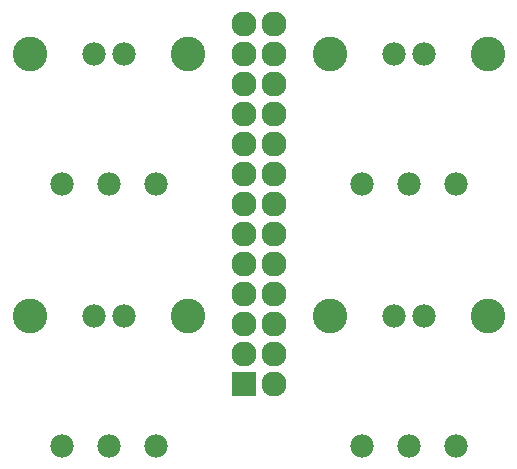
<source format=gbs>
G04 #@! TF.GenerationSoftware,KiCad,Pcbnew,(5.0.0)*
G04 #@! TF.CreationDate,2018-10-08T11:52:11-07:00*
G04 #@! TF.ProjectId,500-1124,3530302D313132342E6B696361645F70,rev?*
G04 #@! TF.SameCoordinates,Original*
G04 #@! TF.FileFunction,Soldermask,Bot*
G04 #@! TF.FilePolarity,Negative*
%FSLAX46Y46*%
G04 Gerber Fmt 4.6, Leading zero omitted, Abs format (unit mm)*
G04 Created by KiCad (PCBNEW (5.0.0)) date 10/08/18 11:52:11*
%MOMM*%
%LPD*%
G01*
G04 APERTURE LIST*
%ADD10C,2.940000*%
%ADD11C,1.974800*%
%ADD12R,2.127200X2.127200*%
%ADD13O,2.127200X2.127200*%
G04 APERTURE END LIST*
D10*
G04 #@! TO.C,R1*
X120300000Y-76200000D03*
X133700000Y-76200000D03*
D11*
X125730000Y-76200000D03*
X128270000Y-76200000D03*
X127000000Y-87200000D03*
X131000000Y-87200000D03*
X123000000Y-87200000D03*
G04 #@! TD*
D10*
G04 #@! TO.C,R2*
X120300000Y-98425000D03*
X133700000Y-98425000D03*
D11*
X125730000Y-98425000D03*
X128270000Y-98425000D03*
X127000000Y-109425000D03*
X131000000Y-109425000D03*
X123000000Y-109425000D03*
G04 #@! TD*
D10*
G04 #@! TO.C,R3*
X145700000Y-76200000D03*
X159100000Y-76200000D03*
D11*
X151130000Y-76200000D03*
X153670000Y-76200000D03*
X152400000Y-87200000D03*
X156400000Y-87200000D03*
X148400000Y-87200000D03*
G04 #@! TD*
D10*
G04 #@! TO.C,R4*
X145700000Y-98425000D03*
X159100000Y-98425000D03*
D11*
X151130000Y-98425000D03*
X153670000Y-98425000D03*
X152400000Y-109425000D03*
X156400000Y-109425000D03*
X148400000Y-109425000D03*
G04 #@! TD*
D12*
G04 #@! TO.C,P1*
X138430000Y-104140000D03*
D13*
X140970000Y-104140000D03*
X138430000Y-101600000D03*
X140970000Y-101600000D03*
X138430000Y-99060000D03*
X140970000Y-99060000D03*
X138430000Y-96520000D03*
X140970000Y-96520000D03*
X138430000Y-93980000D03*
X140970000Y-93980000D03*
X138430000Y-91440000D03*
X140970000Y-91440000D03*
X138430000Y-88900000D03*
X140970000Y-88900000D03*
X138430000Y-86360000D03*
X140970000Y-86360000D03*
X138430000Y-83820000D03*
X140970000Y-83820000D03*
X138430000Y-81280000D03*
X140970000Y-81280000D03*
X138430000Y-78740000D03*
X140970000Y-78740000D03*
X138430000Y-76200000D03*
X140970000Y-76200000D03*
X138430000Y-73660000D03*
X140970000Y-73660000D03*
G04 #@! TD*
M02*

</source>
